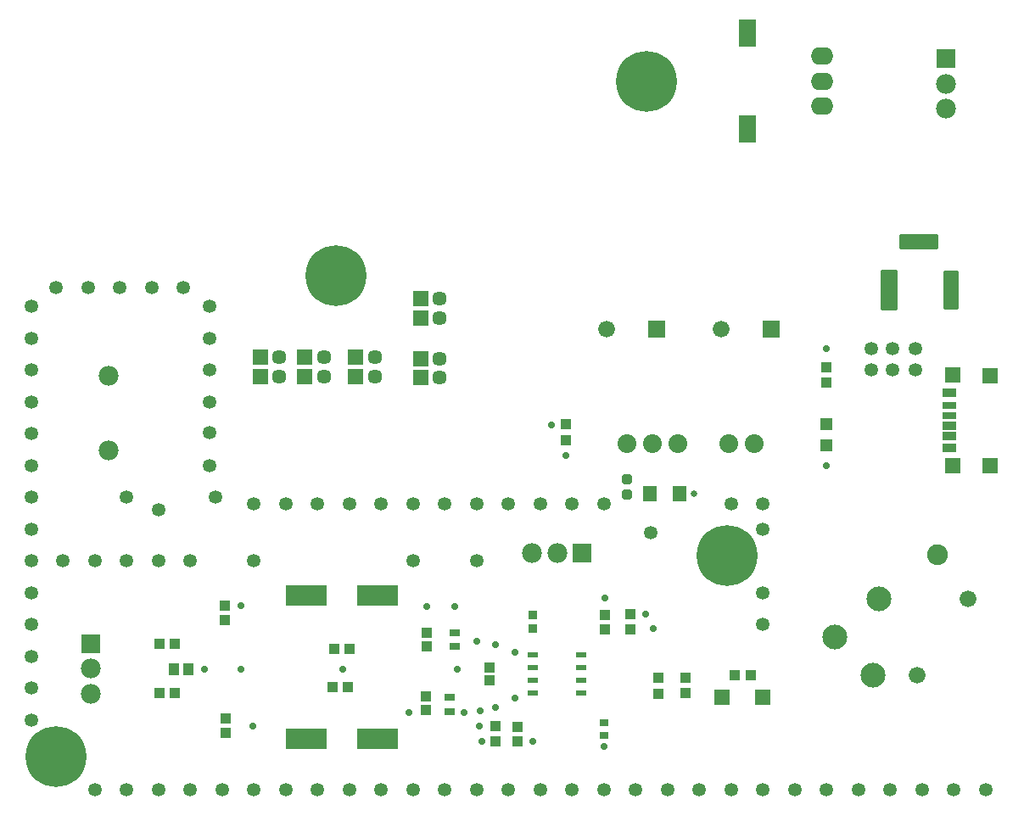
<source format=gts>
G04*
G04 #@! TF.GenerationSoftware,Altium Limited,CircuitMaker,2.3.0 (2.3.0.3)*
G04*
G04 Layer_Color=20142*
%FSLAX25Y25*%
%MOIN*%
G70*
G04*
G04 #@! TF.SameCoordinates,62C2B06D-8976-45AB-99A1-AE5862A21714*
G04*
G04*
G04 #@! TF.FilePolarity,Negative*
G04*
G01*
G75*
%ADD35R,0.04299X0.02299*%
%ADD36R,0.04433X0.03842*%
%ADD37R,0.06299X0.06299*%
%ADD38R,0.04433X0.04236*%
%ADD39R,0.06299X0.06299*%
%ADD40R,0.05024X0.04630*%
%ADD41R,0.04236X0.04433*%
G04:AMPARAMS|DCode=42|XSize=37.99mil|YSize=37.99mil|CornerRadius=5.87mil|HoleSize=0mil|Usage=FLASHONLY|Rotation=270.000|XOffset=0mil|YOffset=0mil|HoleType=Round|Shape=RoundedRectangle|*
%AMROUNDEDRECTD42*
21,1,0.03799,0.02625,0,0,270.0*
21,1,0.02625,0.03799,0,0,270.0*
1,1,0.01174,-0.01312,-0.01312*
1,1,0.01174,-0.01312,0.01312*
1,1,0.01174,0.01312,0.01312*
1,1,0.01174,0.01312,-0.01312*
%
%ADD42ROUNDEDRECTD42*%
%ADD43R,0.05811X0.06205*%
%ADD44R,0.04236X0.04039*%
%ADD45R,0.04039X0.04236*%
%ADD46R,0.03646X0.03055*%
%ADD47R,0.03299X0.03299*%
%ADD48R,0.04236X0.03055*%
%ADD49R,0.16047X0.08173*%
%ADD50R,0.04433X0.04630*%
%ADD51R,0.05299X0.03499*%
%ADD52R,0.05299X0.03099*%
%ADD53R,0.05299X0.03299*%
%ADD54R,0.07799X0.07799*%
%ADD55C,0.07799*%
%ADD56R,0.07799X0.07799*%
%ADD57C,0.07386*%
%ADD58C,0.06598*%
%ADD59C,0.09748*%
%ADD60C,0.08173*%
G04:AMPARAMS|DCode=61|XSize=62.99mil|YSize=62.99mil|CornerRadius=9mil|HoleSize=0mil|Usage=FLASHONLY|Rotation=90.000|XOffset=0mil|YOffset=0mil|HoleType=Round|Shape=RoundedRectangle|*
%AMROUNDEDRECTD61*
21,1,0.06299,0.04500,0,0,90.0*
21,1,0.04500,0.06299,0,0,90.0*
1,1,0.01799,0.02250,0.02250*
1,1,0.01799,0.02250,-0.02250*
1,1,0.01799,-0.02250,-0.02250*
1,1,0.01799,-0.02250,0.02250*
%
%ADD61ROUNDEDRECTD61*%
%ADD62R,0.06598X0.06598*%
G04:AMPARAMS|DCode=63|XSize=162.99mil|YSize=67.99mil|CornerRadius=9.62mil|HoleSize=0mil|Usage=FLASHONLY|Rotation=90.000|XOffset=0mil|YOffset=0mil|HoleType=Round|Shape=RoundedRectangle|*
%AMROUNDEDRECTD63*
21,1,0.16299,0.04875,0,0,90.0*
21,1,0.14375,0.06799,0,0,90.0*
1,1,0.01924,0.02438,0.07187*
1,1,0.01924,0.02438,-0.07187*
1,1,0.01924,-0.02438,-0.07187*
1,1,0.01924,-0.02438,0.07187*
%
%ADD63ROUNDEDRECTD63*%
G04:AMPARAMS|DCode=64|XSize=62.99mil|YSize=152.99mil|CornerRadius=9mil|HoleSize=0mil|Usage=FLASHONLY|Rotation=90.000|XOffset=0mil|YOffset=0mil|HoleType=Round|Shape=RoundedRectangle|*
%AMROUNDEDRECTD64*
21,1,0.06299,0.13500,0,0,90.0*
21,1,0.04500,0.15299,0,0,90.0*
1,1,0.01799,0.06750,0.02250*
1,1,0.01799,0.06750,-0.02250*
1,1,0.01799,-0.06750,-0.02250*
1,1,0.01799,-0.06750,0.02250*
%
%ADD64ROUNDEDRECTD64*%
G04:AMPARAMS|DCode=65|XSize=152.99mil|YSize=62.99mil|CornerRadius=9mil|HoleSize=0mil|Usage=FLASHONLY|Rotation=90.000|XOffset=0mil|YOffset=0mil|HoleType=Round|Shape=RoundedRectangle|*
%AMROUNDEDRECTD65*
21,1,0.15299,0.04500,0,0,90.0*
21,1,0.13500,0.06299,0,0,90.0*
1,1,0.01799,0.02250,0.06750*
1,1,0.01799,0.02250,-0.06750*
1,1,0.01799,-0.02250,-0.06750*
1,1,0.01799,-0.02250,0.06750*
%
%ADD65ROUNDEDRECTD65*%
%ADD66R,0.06992X0.10535*%
%ADD67O,0.08799X0.06799*%
%ADD68C,0.02858*%
%ADD69C,0.23921*%
%ADD70C,0.05299*%
%ADD71C,0.05699*%
%ADD72C,0.02661*%
D35*
X541000Y123000D02*
D03*
Y128000D02*
D03*
Y133000D02*
D03*
Y138000D02*
D03*
X522000D02*
D03*
Y133000D02*
D03*
Y128000D02*
D03*
Y123000D02*
D03*
D36*
X401500Y107500D02*
D03*
X401000Y157354D02*
D03*
X550500Y153854D02*
D03*
Y148146D02*
D03*
X516000Y104146D02*
D03*
Y109854D02*
D03*
X480000Y116342D02*
D03*
Y121658D02*
D03*
X480500Y141342D02*
D03*
Y146658D02*
D03*
X401500Y113209D02*
D03*
X401000Y151646D02*
D03*
D37*
X478000Y278000D02*
D03*
Y270500D02*
D03*
X452500Y255000D02*
D03*
Y247500D02*
D03*
X478000Y247000D02*
D03*
Y254500D02*
D03*
X432500Y255000D02*
D03*
Y247500D02*
D03*
X415000D02*
D03*
Y255000D02*
D03*
D38*
X443547Y125500D02*
D03*
X449453D02*
D03*
X449953Y140500D02*
D03*
X444047D02*
D03*
X375547Y142500D02*
D03*
X381453D02*
D03*
X381453Y123000D02*
D03*
X375547D02*
D03*
D39*
X612500Y121500D02*
D03*
X596500D02*
D03*
D40*
X637500Y220366D02*
D03*
Y228634D02*
D03*
D41*
Y245047D02*
D03*
Y250953D02*
D03*
X582000Y123047D02*
D03*
Y128953D02*
D03*
X560500Y148000D02*
D03*
Y153905D02*
D03*
X507500Y104047D02*
D03*
Y109953D02*
D03*
D42*
X559000Y207000D02*
D03*
Y201000D02*
D03*
D43*
X568094Y201500D02*
D03*
X579906D02*
D03*
D44*
X571500Y129150D02*
D03*
Y122850D02*
D03*
X505000Y133059D02*
D03*
Y127941D02*
D03*
X535000Y228650D02*
D03*
Y222350D02*
D03*
D45*
X601350Y130000D02*
D03*
X607650D02*
D03*
D46*
X550000Y106500D02*
D03*
Y111421D02*
D03*
D47*
X522000Y153750D02*
D03*
Y148250D02*
D03*
D48*
X489500Y115744D02*
D03*
Y121256D02*
D03*
X491500Y141244D02*
D03*
Y146756D02*
D03*
D49*
X460976Y161500D02*
D03*
Y105000D02*
D03*
X433024D02*
D03*
Y161500D02*
D03*
D50*
X386756Y132500D02*
D03*
X381244D02*
D03*
D51*
X685669Y240892D02*
D03*
Y219292D02*
D03*
D52*
Y236092D02*
D03*
Y232092D02*
D03*
D53*
Y228092D02*
D03*
Y224092D02*
D03*
D54*
X541500Y178000D02*
D03*
D55*
X521815D02*
D03*
X531658D02*
D03*
X348500Y122815D02*
D03*
Y132658D02*
D03*
X684500Y352658D02*
D03*
Y362500D02*
D03*
X355500Y218291D02*
D03*
Y247791D02*
D03*
D56*
X348500Y142500D02*
D03*
X684500Y372342D02*
D03*
D57*
X609000Y221000D02*
D03*
X599000D02*
D03*
X579000D02*
D03*
X569000D02*
D03*
X559000D02*
D03*
D58*
X673126Y130020D02*
D03*
X693126Y160020D02*
D03*
X551158Y266000D02*
D03*
X596158D02*
D03*
D59*
X658126Y160020D02*
D03*
X655626Y130020D02*
D03*
X640606Y145020D02*
D03*
D60*
X681000Y177500D02*
D03*
D61*
X701669Y247880D02*
D03*
Y212305D02*
D03*
X687209Y247887D02*
D03*
Y212297D02*
D03*
D62*
X570843Y266000D02*
D03*
X615842D02*
D03*
D63*
X662000Y281500D02*
D03*
D64*
X673800Y300400D02*
D03*
D65*
X686600Y281500D02*
D03*
D66*
X606300Y382398D02*
D03*
Y344602D02*
D03*
D67*
X635828Y373342D02*
D03*
Y363500D02*
D03*
Y353658D02*
D03*
D68*
X507500Y142000D02*
D03*
X515000Y139000D02*
D03*
X500000Y143500D02*
D03*
X566500Y154000D02*
D03*
X529500Y228500D02*
D03*
X501500Y116000D02*
D03*
X507500Y117500D02*
D03*
X515000Y121000D02*
D03*
X407500Y132500D02*
D03*
X492500D02*
D03*
X447500D02*
D03*
X393000D02*
D03*
X535000Y216500D02*
D03*
X550500Y160500D02*
D03*
X550000Y102000D02*
D03*
X522000Y104000D02*
D03*
X502000D02*
D03*
X495000Y115500D02*
D03*
X473500D02*
D03*
X491500Y157099D02*
D03*
X480500Y157000D02*
D03*
X569500Y148500D02*
D03*
X407500Y157500D02*
D03*
X501000Y110000D02*
D03*
X412000D02*
D03*
X637500Y258500D02*
D03*
Y212500D02*
D03*
D69*
X598465Y176925D02*
D03*
X566929Y363500D02*
D03*
X334685Y98185D02*
D03*
X444921Y287161D02*
D03*
D70*
X325000Y275000D02*
D03*
X395000D02*
D03*
X325000Y262500D02*
D03*
Y250000D02*
D03*
Y237500D02*
D03*
Y225000D02*
D03*
Y212500D02*
D03*
Y200000D02*
D03*
X612500Y150000D02*
D03*
Y162500D02*
D03*
Y187500D02*
D03*
X337500Y175000D02*
D03*
X350000D02*
D03*
X362500D02*
D03*
X387500D02*
D03*
X475000D02*
D03*
X500000D02*
D03*
X412500D02*
D03*
X375000D02*
D03*
Y195000D02*
D03*
X362500Y200000D02*
D03*
X325000Y112500D02*
D03*
Y125000D02*
D03*
Y137500D02*
D03*
Y150000D02*
D03*
Y162500D02*
D03*
Y175000D02*
D03*
Y187500D02*
D03*
X700000Y85000D02*
D03*
X687500D02*
D03*
X675000D02*
D03*
X662500D02*
D03*
X650000D02*
D03*
X637500D02*
D03*
X625000D02*
D03*
X612500D02*
D03*
X600000D02*
D03*
X587500D02*
D03*
X575000D02*
D03*
X562500D02*
D03*
X550000D02*
D03*
X537500D02*
D03*
X525000D02*
D03*
X512500D02*
D03*
X500000D02*
D03*
X487500D02*
D03*
X475000D02*
D03*
X462500D02*
D03*
X450000D02*
D03*
X437500D02*
D03*
X425000D02*
D03*
X412500D02*
D03*
X400000D02*
D03*
X387500D02*
D03*
X375000D02*
D03*
X362500D02*
D03*
X350000D02*
D03*
X384803Y282303D02*
D03*
X372303D02*
D03*
X359803D02*
D03*
X347303D02*
D03*
X334803D02*
D03*
X612500Y197500D02*
D03*
X600000D02*
D03*
X568500Y186000D02*
D03*
X550000Y197500D02*
D03*
X537500D02*
D03*
X525000D02*
D03*
X512500D02*
D03*
X500000D02*
D03*
X487500D02*
D03*
X475000D02*
D03*
X462500D02*
D03*
X450000D02*
D03*
X437500D02*
D03*
X425000D02*
D03*
X395000Y212500D02*
D03*
X412500Y197500D02*
D03*
X397500Y200000D02*
D03*
X395119Y225394D02*
D03*
X395000Y237500D02*
D03*
Y250000D02*
D03*
Y262500D02*
D03*
X655000Y250000D02*
D03*
X663500D02*
D03*
X672500D02*
D03*
Y258500D02*
D03*
X663500D02*
D03*
X655000D02*
D03*
D71*
X485500Y270500D02*
D03*
Y278000D02*
D03*
X460000Y255000D02*
D03*
Y247500D02*
D03*
X485500Y247000D02*
D03*
Y254500D02*
D03*
X440000Y255000D02*
D03*
Y247500D02*
D03*
X422500D02*
D03*
Y255000D02*
D03*
D72*
X585500Y201500D02*
D03*
M02*

</source>
